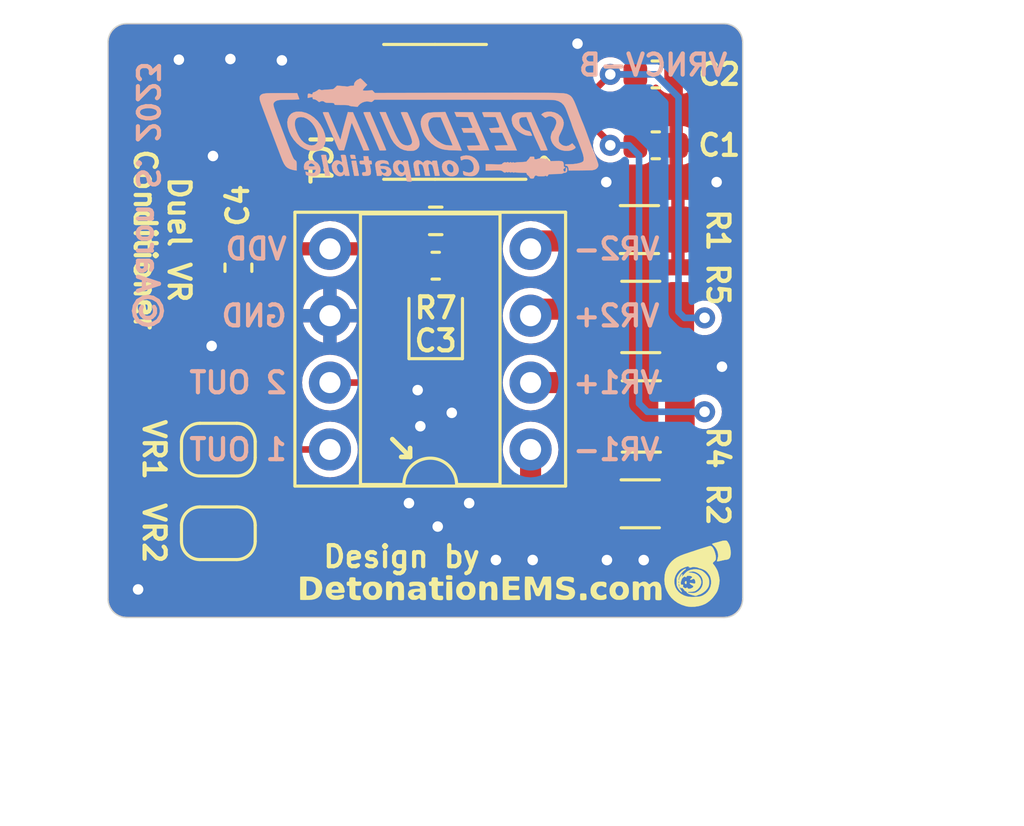
<source format=kicad_pcb>
(kicad_pcb (version 20221018) (generator pcbnew)
  (layers (0 "F.Cu" signal) (31 "B.Cu" signal) (34 "B.Paste" user) (35 "F.Paste" user) (36 "B.SilkS" user "B.Silkscreen") (37 "F.SilkS" user "F.Silkscreen") (38 "B.Mask" user) (39 "F.Mask" user) (44 "Edge.Cuts" user))
  (net 0 "")
  (net 1 "VR1+")
  (net 2 "VR2+")
  (net 3 "VDD")
  (net 4 "GND")
  (net 5 "VR1OUT")
  (net 6 "VR2OUT")
  (net 7 "Net-(IC1-IN1)")
  (net 8 "Net-(IC1-IN2)")
  (net 9 "VR1-")
  (net 10 "VR2-")
  (net 11 "Net-(IC1-INadj)")
  (net 12 "Net-(IC1-OUT2)")
  (net 13 "Net-(IC1-OUT1)")
  (footprint "Misc:DIP-8_W7.62mm_Socket_VRConditioner" (layer "F.Cu") (at 169.0836 99.486 180)
    (fp_text reference "J3" hide)
    (fp_text value "Speedy VR Mount")
    (pad "1" thru_hole circle locked (at 0 0 180) (size 1.6 1.6) (drill 0.8) (layers "*.Cu" "*.Mask") (net 9 "VR1-"))
    (pad "2" thru_hole oval locked (at 0 2.54 180) (size 1.6 1.6) (drill 0.8) (layers "*.Cu" "*.Mask") (net 1 "VR1+"))
    (pad "3" thru_hole oval locked (at 0 5.08 180) (size 1.6 1.6) (drill 0.8) (layers "*.Cu" "*.Mask") (net 2 "VR2+"))
    (pad "4" thru_hole oval locked (at 0 7.62 180) (size 1.6 1.6) (drill 0.8) (layers "*.Cu" "*.Mask") (net 10 "VR2-"))
    (pad "5" thru_hole oval locked (at 7.62 7.62 180) (size 1.6 1.6) (drill 0.8) (layers "*.Cu" "*.Mask") (net 3 "VDD"))
    (pad "6" thru_hole oval locked (at 7.62 5.08 180) (size 1.6 1.6) (drill 0.8) (layers "*.Cu" "*.Mask") (net 4 "GND"))
    (pad "7" thru_hole oval locked (at 7.62 2.54 180) (size 1.6 1.6) (drill 0.8) (layers "*.Cu" "*.Mask") (net 6 "VR2OUT"))
    (pad "8" thru_hole oval locked (at 7.62 0 180) (size 1.6 1.6) (drill 0.8) (layers "*.Cu" "*.Mask") (net 5 "VR1OUT"))
  )
  (footprint "Capacitor_SMD:C_0603_1608Metric" (layer "F.Cu") (at 173.8376 87.9348 180)
    (fp_text reference "C1" (at -2.413 0 unlocked) (layer "F.SilkS") (effects (font (size 0.8 0.8) (thickness 0.16))))
    (fp_text value "22nF")
    (pad "1" smd roundrect (at -0.775 0 180) (size 0.9 0.95) (layers "F.Cu" "F.Paste" "F.Mask") (net 4 "GND"))
    (pad "2" smd roundrect (at 0.775 0 180) (size 0.9 0.95) (layers "F.Cu" "F.Paste" "F.Mask") (net 7 "Net-(IC1-IN1)"))
  )
  (footprint "Capacitor_SMD:C_0603_1608Metric" (layer "F.Cu") (at 173.8376 85.2424)
    (fp_text reference "C2" (at 2.413 0 unlocked) (layer "F.SilkS") (effects (font (size 0.8 0.8) (thickness 0.16))))
    (fp_text value "22nF")
    (pad "1" smd roundrect (at -0.775 0) (size 0.9 0.95) (layers "F.Cu" "F.Paste" "F.Mask") (net 8 "Net-(IC1-IN2)"))
    (pad "2" smd roundrect (at 0.775 0) (size 0.9 0.95) (layers "F.Cu" "F.Paste" "F.Mask") (net 4 "GND"))
  )
  (footprint "Capacitor_SMD:C_0603_1608Metric" (layer "F.Cu") (at 165.481 92.5068 180)
    (fp_text reference "C3" (at 0 -2.8524 180) (layer "F.SilkS") (effects (font (size 0.8 0.8) (thickness 0.16))))
    (fp_text value "22nF")
    (pad "1" smd roundrect (at -0.775 0 180) (size 0.9 0.95) (layers "F.Cu" "F.Paste" "F.Mask") (net 11 "Net-(IC1-INadj)"))
    (pad "2" smd roundrect (at 0.775 0 180) (size 0.9 0.95) (layers "F.Cu" "F.Paste" "F.Mask") (net 3 "VDD"))
  )
  (footprint "Capacitor_SMD:C_0603_1608Metric" (layer "F.Cu") (at 157.988 92.583 -90)
    (fp_text reference "C4" (at -2.3622 0.0254 -90) (layer "F.SilkS") (effects (font (size 0.8 0.8) (thickness 0.16))))
    (fp_text value "220nF")
    (pad "1" smd roundrect (at -0.775 0 270) (size 0.9 0.95) (layers "F.Cu" "F.Paste" "F.Mask") (net 3 "VDD"))
    (pad "2" smd roundrect (at 0.775 0 270) (size 0.9 0.95) (layers "F.Cu" "F.Paste" "F.Mask") (net 4 "GND"))
  )
  (footprint "Package_SO:SO-8_3.9x4.9mm_P1.27mm" (layer "F.Cu") (at 165.4556 86.6648 180)
    (fp_text reference "IC1" (at 4.3688 -1.8288 270 unlocked) (layer "F.SilkS") (effects (font (size 0.8 0.8) (thickness 0.16))))
    (fp_text value "NCV1124")
    (pad "1" smd roundrect (at -2.575 -1.905 180) (size 1.75 0.6) (layers "F.Cu" "F.Paste" "F.Mask") (net 11 "Net-(IC1-INadj)"))
    (pad "2" smd roundrect (at -2.575 -0.635 180) (size 1.75 0.6) (layers "F.Cu" "F.Paste" "F.Mask") (net 7 "Net-(IC1-IN1)"))
    (pad "3" smd roundrect (at -2.575 0.635 180) (size 1.75 0.6) (layers "F.Cu" "F.Paste" "F.Mask") (net 8 "Net-(IC1-IN2)"))
    (pad "4" smd roundrect (at -2.575 1.905 180) (size 1.75 0.6) (layers "F.Cu" "F.Paste" "F.Mask") (net 4 "GND"))
    (pad "5" smd roundrect (at 2.575 1.905 180) (size 1.75 0.6) (layers "F.Cu" "F.Paste" "F.Mask") (net 4 "GND"))
    (pad "6" smd roundrect (at 2.575 0.635 180) (size 1.75 0.6) (layers "F.Cu" "F.Paste" "F.Mask") (net 12 "Net-(IC1-OUT2)"))
    (pad "7" smd roundrect (at 2.575 -0.635 180) (size 1.75 0.6) (layers "F.Cu" "F.Paste" "F.Mask") (net 13 "Net-(IC1-OUT1)"))
    (pad "8" smd roundrect (at 2.575 -1.905 180) (size 1.75 0.6) (layers "F.Cu" "F.Paste" "F.Mask") (net 3 "VDD"))
  )
  (footprint "Resistor_SMD:R_0603_1608Metric" (layer "F.Cu") (at 165.481 90.805)
    (fp_text reference "R7" (at 0 3.302) (layer "F.SilkS") (effects (font (size 0.8 0.8) (thickness 0.16))))
    (fp_text value "18k")
    (pad "1" smd roundrect (at -0.825 0) (size 0.8 0.95) (layers "F.Cu" "F.Paste" "F.Mask") (net 4 "GND"))
    (pad "2" smd roundrect (at 0.825 0) (size 0.8 0.95) (layers "F.Cu" "F.Paste" "F.Mask") (net 11 "Net-(IC1-INadj)"))
  )
  (footprint "Detonation:DetonationEMS-17mm" (layer "F.Cu") (at 168.5036 104.1908)
    (fp_text reference "G2" hide)
    (fp_text value "Logo_Open_Hardware_Small" hide)
  )
  (footprint "Resistor_SMD:R_1206_3216Metric" (layer "F.Cu") (at 173.2485 101.5492)
    (fp_text reference "R2" (at 2.9513 0.0254 270 unlocked) (layer "F.SilkS") (effects (font (size 0.8 0.8) (thickness 0.16))))
    (fp_text value "1k")
    (pad "1" smd roundrect (at -1.4625 0) (size 1.125 1.75) (layers "F.Cu" "F.Paste" "F.Mask") (roundrect_rratio 0.2222222222) (net 9 "VR1-"))
    (pad "2" smd roundrect (at 1.4625 0) (size 1.125 1.75) (layers "F.Cu" "F.Paste" "F.Mask") (roundrect_rratio 0.2222222222) (net 4 "GND"))
  )
  (footprint "Resistor_SMD:R_1210_3225Metric" (layer "F.Cu") (at 173.2895 98.2312 180)
    (fp_text reference "R4" (at -2.9103 -1.1844 270 unlocked) (layer "F.SilkS") (effects (font (size 0.8 0.8) (thickness 0.16))))
    (fp_text value "16k")
    (pad "1" smd roundrect locked (at -1.4625 0 180) (size 1.125 2.65) (layers "F.Cu" "F.Paste" "F.Mask") (roundrect_rratio 0.2222222222) (net 7 "Net-(IC1-IN1)"))
    (pad "2" smd roundrect locked (at 1.4625 0 180) (size 1.125 2.65) (layers "F.Cu" "F.Paste" "F.Mask") (roundrect_rratio 0.2222222222) (net 1 "VR1+"))
  )
  (footprint "Jumper:SolderJumper-2_P1.3mm_Open_RoundedPad1.0x1.5mm" (layer "F.Cu") (at 157.226 99.4918)
    (fp_text reference "VR1" (at -2.4384 0.0034 270 unlocked) (layer "F.SilkS") (effects (font (size 0.8 0.8) (thickness 0.16))))
    (fp_text value "SolderJumper_2_Open")
    (pad "1" smd custom (at -0.65 0) (size 1 0.5) (layers "F.Cu" "F.Mask") (net 13 "Net-(IC1-OUT1)") (options (clearance outline) (anchor rect)) (primitives (gr_circle (center 0 0.25) (end 0.5 0.25) (width 0) (fill yes)) (gr_circle (center 0 -0.25) (end 0.5 -0.25) (width 0) (fill yes)) (gr_poly (pts (xy 0.5 0.75) (xy 0 0.75) (xy 0 -0.75) (xy 0.5 -0.75)) (width 0) (fill yes))))
    (pad "2" smd custom (at 0.65 0) (size 1 0.5) (layers "F.Cu" "F.Mask") (net 5 "VR1OUT") (options (clearance outline) (anchor rect)) (primitives (gr_circle (center 0 0.25) (end 0.5 0.25) (width 0) (fill yes)) (gr_circle (center 0 -0.25) (end 0.5 -0.25) (width 0) (fill yes)) (gr_poly (pts (xy 0 0.75) (xy -0.5 0.75) (xy -0.5 -0.75) (xy 0 -0.75)) (width 0) (fill yes))))
  )
  (footprint "Jumper:SolderJumper-2_P1.3mm_Open_RoundedPad1.0x1.5mm" (layer "F.Cu") (at 157.226 102.6668 180)
    (fp_text reference "VR2" (at 2.4384 0.0034 270 unlocked) (layer "F.SilkS") (effects (font (size 0.8 0.8) (thickness 0.16))))
    (fp_text value "SolderJumper_2_Open")
    (pad "1" smd custom (at -0.65 0 180) (size 1 0.5) (layers "F.Cu" "F.Mask") (net 6 "VR2OUT") (options (clearance outline) (anchor rect)) (primitives (gr_circle (center 0 0.25) (end 0.5 0.25) (width 0) (fill yes)) (gr_circle (center 0 -0.25) (end 0.5 -0.25) (width 0) (fill yes)) (gr_poly (pts (xy 0.5 0.75) (xy 0 0.75) (xy 0 -0.75) (xy 0.5 -0.75)) (width 0) (fill yes))))
    (pad "2" smd custom (at 0.65 0 180) (size 1 0.5) (layers "F.Cu" "F.Mask") (net 12 "Net-(IC1-OUT2)") (options (clearance outline) (anchor rect)) (primitives (gr_circle (center 0 0.25) (end 0.5 0.25) (width 0) (fill yes)) (gr_circle (center 0 -0.25) (end 0.5 -0.25) (width 0) (fill yes)) (gr_poly (pts (xy 0 0.75) (xy -0.5 0.75) (xy -0.5 -0.75) (xy 0 -0.75)) (width 0) (fill yes))))
  )
  (footprint "Resistor_SMD:R_1206_3216Metric" (layer "F.Cu") (at 173.2173 91.1352)
    (fp_text reference "R1" (at 2.9825 0.0254 -90 unlocked) (layer "F.SilkS") (effects (font (size 0.8 0.8) (thickness 0.16))))
    (fp_text value "1k")
    (pad "1" smd roundrect (at -1.4625 0) (size 1.125 1.75) (layers "F.Cu" "F.Paste" "F.Mask") (roundrect_rratio 0.2222222222) (net 10 "VR2-"))
    (pad "2" smd roundrect (at 1.4625 0) (size 1.125 1.75) (layers "F.Cu" "F.Paste" "F.Mask") (roundrect_rratio 0.2222222222) (net 4 "GND"))
  )
  (footprint "Resistor_SMD:R_1210_3225Metric" (layer "F.Cu") (at 173.269 94.4532 180)
    (fp_text reference "R5" (at -2.9308 1.2352 270 unlocked) (layer "F.SilkS") (effects (font (size 0.8 0.8) (thickness 0.16))))
    (fp_text value "16k")
    (pad "1" smd roundrect locked (at -1.4625 0 180) (size 1.125 2.65) (layers "F.Cu" "F.Paste" "F.Mask") (roundrect_rratio 0.2222222222) (net 8 "Net-(IC1-IN2)"))
    (pad "2" smd roundrect locked (at 1.4625 0 180) (size 1.125 2.65) (layers "F.Cu" "F.Paste" "F.Mask") (roundrect_rratio 0.2222222222) (net 2 "VR2+"))
  )
  (footprint "Detonation:SpeeduinoCompatible-14mm" (layer "B.Cu") (at 165.227 87.2998 180)
    (fp_text reference "G1" hide)
    (fp_text value "Logo_Open_Hardware_Small" hide)
  )
  (gr_line (start 164.465 96.0374) (end 164.465 93.7514) (stroke (width 0.12)) (layer "F.SilkS"))
  (gr_line (start 166.497 93.7514) (end 166.497 96.0374) (stroke (width 0.12)) (layer "F.SilkS"))
  (gr_line (start 166.497 96.0374) (end 164.465 96.0374) (stroke (width 0.12)) (layer "F.SilkS"))
  (gr_line (start 177.1396 84.023202) (end 177.1396 105.156002) (stroke (width 0.05)) (layer "Edge.Cuts"))
  (gr_arc (start 177.1396 105.156002) (mid 176.931294 105.658896) (end 176.4284 105.867202) (stroke (width 0.05)) (layer "Edge.Cuts"))
  (gr_line (start 153.7462 83.312) (end 176.4284 83.312) (stroke (width 0.05)) (layer "Edge.Cuts"))
  (gr_arc (start 153.7462 105.8672) (mid 153.243306 105.658894) (end 153.035 105.156) (stroke (width 0.05)) (layer "Edge.Cuts"))
  (gr_line (start 176.4284 105.867202) (end 153.7462 105.8672) (stroke (width 0.05)) (layer "Edge.Cuts"))
  (gr_arc (start 153.035 84.0232) (mid 153.243306 83.520306) (end 153.7462 83.312) (stroke (width 0.05)) (layer "Edge.Cuts"))
  (gr_line (start 153.035 105.156) (end 153.035 84.0232) (stroke (width 0.05)) (layer "Edge.Cuts"))
  (gr_arc (start 176.4284 83.312) (mid 176.931294 83.520307) (end 177.1396 84.023202) (stroke (width 0.05)) (layer "Edge.Cuts"))
  (gr_text "VR2-" (at 172.339 91.8718) (layer "B.SilkS") (effects (font (size 0.8 0.8) (thickness 0.16)) (justify mirror)))
  (gr_text "1 OUT" (at 157.975 99.4918) (layer "B.SilkS") (effects (font (size 0.8 0.8) (thickness 0.16)) (justify mirror)))
  (gr_text "GND" (at 158.584524 94.4118) (layer "B.SilkS") (effects (font (size 0.8 0.8) (thickness 0.16)) (justify mirror)))
  (gr_text "2 OUT" (at 157.975 96.9518) (layer "B.SilkS") (effects (font (size 0.8 0.8) (thickness 0.16)) (justify mirror)))
  (gr_text "VDD" (at 158.660715 91.8718) (layer "B.SilkS") (effects (font (size 0.8 0.8) (thickness 0.16)) (justify mirror)))
  (gr_text "VR1+" (at 172.339 96.9518) (layer "B.SilkS") (effects (font (size 0.8 0.8) (thickness 0.16)) (justify mirror)))
  (gr_text "VR2+" (at 172.339 94.4118) (layer "B.SilkS") (effects (font (size 0.8 0.8) (thickness 0.16)) (justify mirror)))
  (gr_text "VR1-" (at 172.339 99.4918) (layer "B.SilkS") (effects (font (size 0.8 0.8) (thickness 0.16)) (justify mirror)))
  (gr_text "VRNCV-B" (at 173.736 84.8868) (layer "B.SilkS") (effects (font (size 0.8 0.8) (thickness 0.16)) (justify mirror)))
  (gr_text "©Aaron S. 2023" (at 154.5336 89.8398 270) (layer "B.SilkS") (effects (font (size 0.8 0.8) (thickness 0.16)) (justify mirror)))
  (gr_text "Duel VR\nConditioner" (at 155.0924 91.5162 270) (layer "F.SilkS") (effects (font (size 0.8 0.8) (thickness 0.16))))
  (gr_text "Design by" (at 164.1856 103.5558) (layer "F.SilkS") (effects (font (size 0.8 0.8) (thickness 0.16))))
  (gr_text "→" (at 164.2364 99.3648 315) (layer "F.SilkS") (effects (font (size 1.25 1.25) (thickness 0.18))))
  (gr_text "." (at 169.5958 87.757) (layer "F.SilkS") (effects (font (size 2 2) (thickness 0.3))))
  (segment (start 169.0836 96.946) (end 171.2664 96.946) (width 0.8) (layer "F.Cu") (net 1))
  (segment (start 171.2664 96.946) (end 171.827 97.5066) (width 0.8) (layer "F.Cu") (net 1))
  (segment (start 169.3318 94.1578) (end 171.4895 94.1578) (width 0.8) (layer "F.Cu") (net 2))
  (segment (start 157.988 89.154) (end 158.5468 88.5952) (width 0.5) (layer "F.Cu") (net 3))
  (segment (start 163.621 92.501) (end 164.7002 92.501) (width 0.5) (layer "F.Cu") (net 3))
  (segment (start 161.4636 91.866) (end 158.0432 91.866) (width 0.5) (layer "F.Cu") (net 3))
  (segment (start 157.988 91.8108) (end 157.988 89.154) (width 0.5) (layer "F.Cu") (net 3))
  (segment (start 162.986 91.866) (end 163.621 92.501) (width 0.5) (layer "F.Cu") (net 3))
  (segment (start 158.5468 88.5952) (end 162.7536 88.5952) (width 0.5) (layer "F.Cu") (net 3))
  (segment (start 161.4636 91.866) (end 162.986 91.866) (width 0.5) (layer "F.Cu") (net 3))
  (via (at 165.5572 102.4128) (size 0.8) (drill 0.4) (layers "F.Cu" "B.Cu") (net 4))
  (via (at 176.3522 96.3422) (size 0.8) (drill 0.4) (layers "F.Cu" "B.Cu") (net 4))
  (via (at 171.9834 103.685461) (size 0.8) (drill 0.4) (layers "F.Cu" "B.Cu") (net 4))
  (via (at 166.751 101.5238) (size 0.8) (drill 0.4) (layers "F.Cu" "B.Cu") (net 4))
  (via (at 169.164 103.6828) (size 0.8) (drill 0.4) (layers "F.Cu" "B.Cu") (net 4))
  (via (at 173.3804 103.685461) (size 0.8) (drill 0.4) (layers "F.Cu" "B.Cu") (net 4))
  (via (at 157.6832 84.6582) (size 0.8) (drill 0.4) (layers "F.Cu" "B.Cu") (net 4))
  (via (at 164.465 101.5238) (size 0.8) (drill 0.4) (layers "F.Cu" "B.Cu") (net 4))
  (via (at 164.7952 97.2312) (size 0.8) (drill 0.4) (layers "F.Cu" "B.Cu") (net 4))
  (via (at 166.0906 98.0948) (size 0.8) (drill 0.4) (layers "F.Cu" "B.Cu") (net 4))
  (via (at 176.149 89.3318) (size 0.8) (drill 0.4) (layers "F.Cu" "B.Cu") (net 4))
  (via (at 155.7274 84.6836) (size 0.8) (drill 0.4) (layers "F.Cu" "B.Cu") (net 4))
  (via (at 159.639 84.709) (size 0.8) (drill 0.4) (layers "F.Cu" "B.Cu") (net 4))
  (via (at 170.8658 84.074) (size 0.8) (drill 0.4) (layers "F.Cu" "B.Cu") (net 4))
  (via (at 167.767 103.6828) (size 0.8) (drill 0.4) (layers "F.Cu" "B.Cu") (net 4))
  (via (at 171.958 89.3318) (size 0.8) (drill 0.4) (layers "F.Cu" "B.Cu") (net 4))
  (via (at 154.178 104.8004) (size 0.8) (drill 0.4) (layers "F.Cu" "B.Cu") (net 4))
  (via (at 156.972 95.5548) (size 0.8) (drill 0.4) (layers "F.Cu" "B.Cu") (net 4))
  (via (at 164.8968 98.6028) (size 0.8) (drill 0.4) (layers "F.Cu" "B.Cu") (net 4))
  (via (at 157.0228 88.3412) (size 0.8) (drill 0.4) (layers "F.Cu" "B.Cu") (net 4))
  (segment (start 157.8818 99.486) (end 161.4636 99.486) (width 0.25) (layer "F.Cu") (net 5))
  (segment (start 163.449 102.4128) (end 163.195 102.6668) (width 0.25) (layer "F.Cu") (net 6))
  (segment (start 163.449 97.2058) (end 163.449 102.4128) (width 0.25) (layer "F.Cu") (net 6))
  (segment (start 161.4636 96.946) (end 163.1892 96.946) (width 0.25) (layer "F.Cu") (net 6))
  (segment (start 163.1892 96.946) (end 163.449 97.2058) (width 0.25) (layer "F.Cu") (net 6))
  (segment (start 163.195 102.6668) (end 157.876 102.6668) (width 0.25) (layer "F.Cu") (net 6))
  (segment (start 172.0342 87.7824) (end 171.5516 87.2998) (width 0.25) (layer "F.Cu") (net 7))
  (segment (start 172.0342 87.9348) (end 172.0342 87.7824) (width 0.25) (layer "F.Cu") (net 7))
  (segment (start 175.656067 98.054333) (end 174.752 98.054333) (width 0.25) (layer "F.Cu") (net 7))
  (segment (start 171.5516 87.2998) (end 168.0306 87.2998) (width 0.25) (layer "F.Cu") (net 7))
  (segment (start 172.1104 87.9348) (end 173.0626 87.9348) (width 0.25) (layer "F.Cu") (net 7))
  (via (at 175.6918 98.054333) (size 0.8) (drill 0.4) (layers "F.Cu" "B.Cu") (net 7))
  (via (at 172.1104 87.9348) (size 0.8) (drill 0.4) (layers "F.Cu" "B.Cu") (net 7))
  (segment (start 173.2026 88.3158) (end 173.2026 97.7392) (width 0.25) (layer "B.Cu") (net 7))
  (segment (start 172.0342 87.9348) (end 172.8216 87.9348) (width 0.25) (layer "B.Cu") (net 7))
  (segment (start 173.517733 98.054333) (end 175.656067 98.054333) (width 0.25) (layer "B.Cu") (net 7))
  (segment (start 173.2026 97.7392) (end 173.517733 98.054333) (width 0.25) (layer "B.Cu") (net 7))
  (segment (start 172.8216 87.9348) (end 173.2026 88.3158) (width 0.25) (layer "B.Cu") (net 7))
  (segment (start 172.1104 85.2424) (end 171.323 86.0298) (width 0.25) (layer "F.Cu") (net 8))
  (segment (start 172.1104 85.2424) (end 173.0626 85.2424) (width 0.25) (layer "F.Cu") (net 8))
  (segment (start 171.323 86.0298) (end 168.0306 86.0298) (width 0.25) (layer "F.Cu") (net 8))
  (segment (start 174.7315 94.488) (end 175.6918 94.488) (width 0.25) (layer "F.Cu") (net 8))
  (via (at 175.6918 94.488) (size 0.8) (drill 0.4) (layers "F.Cu" "B.Cu") (net 8))
  (via (at 172.1104 85.2424) (size 0.8) (drill 0.4) (layers "F.Cu" "B.Cu") (net 8))
  (segment (start 175.6918 94.488) (end 174.9298 94.488) (width 0.25) (layer "B.Cu") (net 8))
  (segment (start 174.7012 94.2594) (end 174.7012 86.106) (width 0.25) (layer "B.Cu") (net 8))
  (segment (start 173.8376 85.2424) (end 172.1104 85.2424) (width 0.25) (layer "B.Cu") (net 8))
  (segment (start 174.9298 94.488) (end 174.7012 94.2594) (width 0.25) (layer "B.Cu") (net 8))
  (segment (start 174.7012 86.106) (end 173.8376 85.2424) (width 0.25) (layer "B.Cu") (net 8))
  (segment (start 169.5196 101.5492) (end 171.786 101.5492) (width 0.8) (layer "F.Cu") (net 9))
  (segment (start 169.0836 101.1132) (end 169.5196 101.5492) (width 0.8) (layer "F.Cu") (net 9))
  (segment (start 169.0836 99.486) (end 169.0836 101.1132) (width 0.8) (layer "F.Cu") (net 9))
  (segment (start 169.3826 91.567) (end 169.0836 91.866) (width 0.8) (layer "F.Cu") (net 10))
  (segment (start 171.7655 91.381667) (end 171.580167 91.567) (width 0.8) (layer "F.Cu") (net 10))
  (segment (start 171.580167 91.567) (end 169.3826 91.567) (width 0.8) (layer "F.Cu") (net 10))
  (segment (start 166.306 90.805) (end 166.306 88.8116) (width 0.4) (layer "F.Cu") (net 11))
  (segment (start 166.5732 88.5444) (end 168.0052 88.5444) (width 0.4) (layer "F.Cu") (net 11))
  (segment (start 166.306 88.8116) (end 166.5732 88.5444) (width 0.4) (layer "F.Cu") (net 11))
  (segment (start 166.306 90.805) (end 166.306 92.4568) (width 0.4) (layer "F.Cu") (net 11))
  (segment (start 155.0416 86.0044) (end 162.8552 86.0044) (width 0.25) (layer "F.Cu") (net 12))
  (segment (start 154.813 102.6668) (end 156.576 102.6668) (width 0.25) (layer "F.Cu") (net 12))
  (segment (start 154.813 102.6668) (end 154.559 102.4128) (width 0.25) (layer "F.Cu") (net 12))
  (segment (start 154.559 102.4128) (end 154.559 86.487) (width 0.25) (layer "F.Cu") (net 12))
  (segment (start 154.559 86.487) (end 155.0416 86.0044) (width 0.25) (layer "F.Cu") (net 12))
  (segment (start 156.4386 87.2744) (end 155.956 87.757) (width 0.25) (layer "F.Cu") (net 13))
  (segment (start 162.8552 87.2744) (end 156.4386 87.2744) (width 0.25) (layer "F.Cu") (net 13))
  (segment (start 155.956 96.901) (end 156.576 97.521) (width 0.25) (layer "F.Cu") (net 13))
  (segment (start 155.956 87.757) (end 155.956 96.901) (width 0.25) (layer "F.Cu") (net 13))
  (segment (start 156.576 97.521) (end 156.576 99.4918) (width 0.25) (layer "F.Cu") (net 13))
  (zone (net 4) (net_name "GND") (layer "F.Cu") (connect_pads (clearance 0.254)) (min_thickness 0.254) (fill yes (thermal_gap 0.254) (thermal_bridge_width 0.508))
    (polygon (pts (xy 152.527 82.804) (xy 177.7746 82.804) (xy 177.7746 106.3498) (xy 152.527 106.3498)))
  )
  (zone (net 4) (net_name "GND") (layer "B.Cu") (connect_pads (clearance 0.254)) (min_thickness 0.254) (fill yes (thermal_gap 0.254) (thermal_bridge_width 0.508))
    (polygon (pts (xy 152.527 82.7786) (xy 177.7746 82.7786) (xy 177.7746 106.3498) (xy 152.527 106.3498)))
  )
)
</source>
